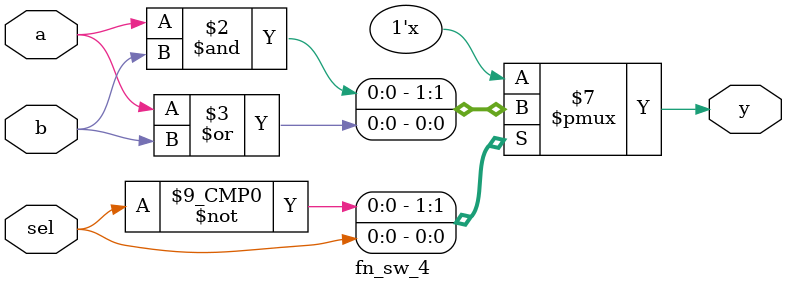
<source format=v>
`timescale 1ns/10ps

module fn_sw_4(a,
               b,
               sel,
               y);
    input a;
    input b;
    input sel;
    output y;

    reg y;
    always @(a or b or sel) begin
        case(sel)
            2'b00:begin
                y <= a&b;
            end
            2'b01:begin
                y <= a|b;
            end
            2'b10:begin
                y <= a^b;
            end
            2'b11:begin
                y <= ~(a^b);
            end
        endcase
    end
    
endmodule

</source>
